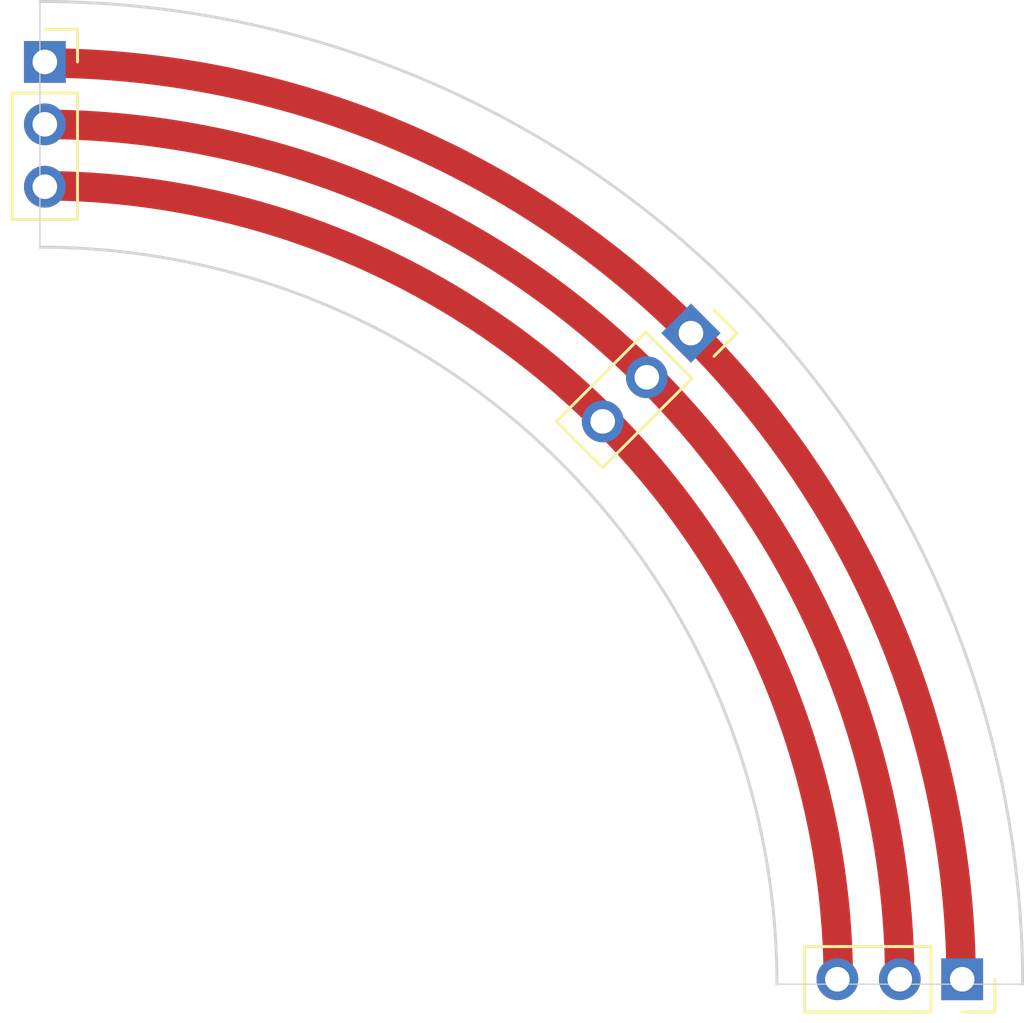
<source format=kicad_pcb>
(kicad_pcb (version 20171130) (host pcbnew "(5.1.2)-1")

  (general
    (thickness 1.6)
    (drawings 7)
    (tracks 0)
    (zones 0)
    (modules 3)
    (nets 4)
  )

  (page A4)
  (layers
    (0 F.Cu signal)
    (31 B.Cu signal)
    (32 B.Adhes user)
    (33 F.Adhes user)
    (34 B.Paste user)
    (35 F.Paste user)
    (36 B.SilkS user)
    (37 F.SilkS user)
    (38 B.Mask user)
    (39 F.Mask user)
    (40 Dwgs.User user)
    (41 Cmts.User user)
    (42 Eco1.User user)
    (43 Eco2.User user)
    (44 Edge.Cuts user)
    (45 Margin user)
    (46 B.CrtYd user)
    (47 F.CrtYd user)
    (48 B.Fab user)
    (49 F.Fab user)
  )

  (setup
    (last_trace_width 0.25)
    (user_trace_width 1.2)
    (trace_clearance 0.2)
    (zone_clearance 0.508)
    (zone_45_only yes)
    (trace_min 0.2)
    (via_size 0.8)
    (via_drill 0.4)
    (via_min_size 0.4)
    (via_min_drill 0.3)
    (uvia_size 0.3)
    (uvia_drill 0.1)
    (uvias_allowed no)
    (uvia_min_size 0.2)
    (uvia_min_drill 0.1)
    (edge_width 0.05)
    (segment_width 0.2)
    (pcb_text_width 0.3)
    (pcb_text_size 1.5 1.5)
    (mod_edge_width 0.12)
    (mod_text_size 1 1)
    (mod_text_width 0.15)
    (pad_size 1.524 1.524)
    (pad_drill 0.762)
    (pad_to_mask_clearance 0.051)
    (solder_mask_min_width 0.25)
    (aux_axis_origin 100 150)
    (visible_elements 7FFFFFFF)
    (pcbplotparams
      (layerselection 0x010f0_ffffffff)
      (usegerberextensions true)
      (usegerberattributes false)
      (usegerberadvancedattributes false)
      (creategerberjobfile false)
      (excludeedgelayer true)
      (linewidth 0.100000)
      (plotframeref false)
      (viasonmask false)
      (mode 1)
      (useauxorigin true)
      (hpglpennumber 1)
      (hpglpenspeed 20)
      (hpglpendiameter 15.000000)
      (psnegative false)
      (psa4output false)
      (plotreference false)
      (plotvalue false)
      (plotinvisibletext false)
      (padsonsilk false)
      (subtractmaskfromsilk true)
      (outputformat 1)
      (mirror false)
      (drillshape 0)
      (scaleselection 1)
      (outputdirectory "gerbers/"))
  )

  (net 0 "")
  (net 1 "Net-(J1-Pad2)")
  (net 2 "Net-(J1-Pad1)")
  (net 3 "Net-(J1-Pad3)")

  (net_class Default "This is the default net class."
    (clearance 0.2)
    (trace_width 0.25)
    (via_dia 0.8)
    (via_drill 0.4)
    (uvia_dia 0.3)
    (uvia_drill 0.1)
    (add_net "Net-(J1-Pad1)")
    (add_net "Net-(J1-Pad2)")
    (add_net "Net-(J1-Pad3)")
  )

  (module Connector_PinSocket_2.54mm:PinSocket_1x03_P2.54mm_Vertical (layer F.Cu) (tedit 5A19A429) (tstamp 5DD36BDD)
    (at 137.54 149.8 270)
    (descr "Through hole straight socket strip, 1x03, 2.54mm pitch, single row (from Kicad 4.0.7), script generated")
    (tags "Through hole socket strip THT 1x03 2.54mm single row")
    (path /5DD1E1F2)
    (fp_text reference J3 (at 0 -2.77 90) (layer F.SilkS) hide
      (effects (font (size 1 1) (thickness 0.15)))
    )
    (fp_text value C (at 0 7.85 90) (layer F.Fab)
      (effects (font (size 1 1) (thickness 0.15)))
    )
    (fp_text user %R (at 0 2.54) (layer F.Fab)
      (effects (font (size 1 1) (thickness 0.15)))
    )
    (fp_line (start -1.8 6.85) (end -1.8 -1.8) (layer F.CrtYd) (width 0.05))
    (fp_line (start 1.75 6.85) (end -1.8 6.85) (layer F.CrtYd) (width 0.05))
    (fp_line (start 1.75 -1.8) (end 1.75 6.85) (layer F.CrtYd) (width 0.05))
    (fp_line (start -1.8 -1.8) (end 1.75 -1.8) (layer F.CrtYd) (width 0.05))
    (fp_line (start 0 -1.33) (end 1.33 -1.33) (layer F.SilkS) (width 0.12))
    (fp_line (start 1.33 -1.33) (end 1.33 0) (layer F.SilkS) (width 0.12))
    (fp_line (start 1.33 1.27) (end 1.33 6.41) (layer F.SilkS) (width 0.12))
    (fp_line (start -1.33 6.41) (end 1.33 6.41) (layer F.SilkS) (width 0.12))
    (fp_line (start -1.33 1.27) (end -1.33 6.41) (layer F.SilkS) (width 0.12))
    (fp_line (start -1.33 1.27) (end 1.33 1.27) (layer F.SilkS) (width 0.12))
    (fp_line (start -1.27 6.35) (end -1.27 -1.27) (layer F.Fab) (width 0.1))
    (fp_line (start 1.27 6.35) (end -1.27 6.35) (layer F.Fab) (width 0.1))
    (fp_line (start 1.27 -0.635) (end 1.27 6.35) (layer F.Fab) (width 0.1))
    (fp_line (start 0.635 -1.27) (end 1.27 -0.635) (layer F.Fab) (width 0.1))
    (fp_line (start -1.27 -1.27) (end 0.635 -1.27) (layer F.Fab) (width 0.1))
    (pad 3 thru_hole oval (at 0 5.08 270) (size 1.7 1.7) (drill 1) (layers *.Cu *.Mask)
      (net 3 "Net-(J1-Pad3)"))
    (pad 2 thru_hole oval (at 0 2.54 270) (size 1.7 1.7) (drill 1) (layers *.Cu *.Mask)
      (net 1 "Net-(J1-Pad2)"))
    (pad 1 thru_hole rect (at 0 0 270) (size 1.7 1.7) (drill 1) (layers *.Cu *.Mask)
      (net 2 "Net-(J1-Pad1)"))
    (model ${KISYS3DMOD}/Connector_PinSocket_2.54mm.3dshapes/PinSocket_1x03_P2.54mm_Vertical.wrl
      (at (xyz 0 0 0))
      (scale (xyz 1 1 1))
      (rotate (xyz 0 0 0))
    )
  )

  (module Connector_PinSocket_2.54mm:PinSocket_1x03_P2.54mm_Vertical (layer F.Cu) (tedit 5A19A429) (tstamp 5DD1F210)
    (at 126.5 123.5 315)
    (descr "Through hole straight socket strip, 1x03, 2.54mm pitch, single row (from Kicad 4.0.7), script generated")
    (tags "Through hole socket strip THT 1x03 2.54mm single row")
    (path /5DD1DEED)
    (fp_text reference J2 (at 0 -2.77 135) (layer F.SilkS) hide
      (effects (font (size 1 1) (thickness 0.15)))
    )
    (fp_text value C (at 0 7.85 135) (layer F.Fab)
      (effects (font (size 1 1) (thickness 0.15)))
    )
    (fp_line (start -1.27 -1.27) (end 0.635 -1.27) (layer F.Fab) (width 0.1))
    (fp_line (start 0.635 -1.27) (end 1.27 -0.635) (layer F.Fab) (width 0.1))
    (fp_line (start 1.27 -0.635) (end 1.27 6.35) (layer F.Fab) (width 0.1))
    (fp_line (start 1.27 6.35) (end -1.27 6.35) (layer F.Fab) (width 0.1))
    (fp_line (start -1.27 6.35) (end -1.27 -1.27) (layer F.Fab) (width 0.1))
    (fp_line (start -1.33 1.27) (end 1.33 1.27) (layer F.SilkS) (width 0.12))
    (fp_line (start -1.33 1.27) (end -1.33 6.41) (layer F.SilkS) (width 0.12))
    (fp_line (start -1.33 6.41) (end 1.33 6.41) (layer F.SilkS) (width 0.12))
    (fp_line (start 1.33 1.27) (end 1.33 6.41) (layer F.SilkS) (width 0.12))
    (fp_line (start 1.33 -1.33) (end 1.33 0) (layer F.SilkS) (width 0.12))
    (fp_line (start 0 -1.33) (end 1.33 -1.33) (layer F.SilkS) (width 0.12))
    (fp_line (start -1.8 -1.8) (end 1.75 -1.8) (layer F.CrtYd) (width 0.05))
    (fp_line (start 1.75 -1.8) (end 1.75 6.85) (layer F.CrtYd) (width 0.05))
    (fp_line (start 1.75 6.85) (end -1.8 6.85) (layer F.CrtYd) (width 0.05))
    (fp_line (start -1.8 6.85) (end -1.8 -1.8) (layer F.CrtYd) (width 0.05))
    (fp_text user %R (at 0 2.54 45) (layer F.Fab)
      (effects (font (size 1 1) (thickness 0.15)))
    )
    (pad 1 thru_hole rect (at 0 0 315) (size 1.7 1.7) (drill 1) (layers *.Cu *.Mask)
      (net 2 "Net-(J1-Pad1)"))
    (pad 2 thru_hole oval (at 0 2.54 315) (size 1.7 1.7) (drill 1) (layers *.Cu *.Mask)
      (net 1 "Net-(J1-Pad2)"))
    (pad 3 thru_hole oval (at 0 5.08 315) (size 1.7 1.7) (drill 1) (layers *.Cu *.Mask)
      (net 3 "Net-(J1-Pad3)"))
    (model ${KISYS3DMOD}/Connector_PinSocket_2.54mm.3dshapes/PinSocket_1x03_P2.54mm_Vertical.wrl
      (at (xyz 0 0 0))
      (scale (xyz 1 1 1))
      (rotate (xyz 0 0 0))
    )
  )

  (module Connector_PinSocket_2.54mm:PinSocket_1x03_P2.54mm_Vertical (layer F.Cu) (tedit 5A19A429) (tstamp 5DD1F1F9)
    (at 100.2 112.46)
    (descr "Through hole straight socket strip, 1x03, 2.54mm pitch, single row (from Kicad 4.0.7), script generated")
    (tags "Through hole socket strip THT 1x03 2.54mm single row")
    (path /5DD1D91C)
    (fp_text reference J1 (at 0 -2.77) (layer F.SilkS) hide
      (effects (font (size 1 1) (thickness 0.15)))
    )
    (fp_text value C (at 0 7.85) (layer F.Fab)
      (effects (font (size 1 1) (thickness 0.15)))
    )
    (fp_text user %R (at 0 2.54 90) (layer F.Fab)
      (effects (font (size 1 1) (thickness 0.15)))
    )
    (fp_line (start -1.8 6.85) (end -1.8 -1.8) (layer F.CrtYd) (width 0.05))
    (fp_line (start 1.75 6.85) (end -1.8 6.85) (layer F.CrtYd) (width 0.05))
    (fp_line (start 1.75 -1.8) (end 1.75 6.85) (layer F.CrtYd) (width 0.05))
    (fp_line (start -1.8 -1.8) (end 1.75 -1.8) (layer F.CrtYd) (width 0.05))
    (fp_line (start 0 -1.33) (end 1.33 -1.33) (layer F.SilkS) (width 0.12))
    (fp_line (start 1.33 -1.33) (end 1.33 0) (layer F.SilkS) (width 0.12))
    (fp_line (start 1.33 1.27) (end 1.33 6.41) (layer F.SilkS) (width 0.12))
    (fp_line (start -1.33 6.41) (end 1.33 6.41) (layer F.SilkS) (width 0.12))
    (fp_line (start -1.33 1.27) (end -1.33 6.41) (layer F.SilkS) (width 0.12))
    (fp_line (start -1.33 1.27) (end 1.33 1.27) (layer F.SilkS) (width 0.12))
    (fp_line (start -1.27 6.35) (end -1.27 -1.27) (layer F.Fab) (width 0.1))
    (fp_line (start 1.27 6.35) (end -1.27 6.35) (layer F.Fab) (width 0.1))
    (fp_line (start 1.27 -0.635) (end 1.27 6.35) (layer F.Fab) (width 0.1))
    (fp_line (start 0.635 -1.27) (end 1.27 -0.635) (layer F.Fab) (width 0.1))
    (fp_line (start -1.27 -1.27) (end 0.635 -1.27) (layer F.Fab) (width 0.1))
    (pad 3 thru_hole oval (at 0 5.08) (size 1.7 1.7) (drill 1) (layers *.Cu *.Mask)
      (net 3 "Net-(J1-Pad3)"))
    (pad 2 thru_hole oval (at 0 2.54) (size 1.7 1.7) (drill 1) (layers *.Cu *.Mask)
      (net 1 "Net-(J1-Pad2)"))
    (pad 1 thru_hole rect (at 0 0) (size 1.7 1.7) (drill 1) (layers *.Cu *.Mask)
      (net 2 "Net-(J1-Pad1)"))
    (model ${KISYS3DMOD}/Connector_PinSocket_2.54mm.3dshapes/PinSocket_1x03_P2.54mm_Vertical.wrl
      (at (xyz 0 0 0))
      (scale (xyz 1 1 1))
      (rotate (xyz 0 0 0))
    )
  )

  (gr_arc (start 100 150) (end 100 112.5) (angle 90) (layer F.Cu) (width 1.2))
  (gr_arc (start 100 150) (end 100 115) (angle 90) (layer F.Cu) (width 1.2))
  (gr_arc (start 100 150) (end 100 117.5) (angle 90) (layer F.Cu) (width 1.2))
  (gr_line (start 100 110) (end 100 120) (layer Edge.Cuts) (width 0.05) (tstamp 5DD36CAD))
  (gr_line (start 130 150) (end 140 150) (layer Edge.Cuts) (width 0.05) (tstamp 5DD36CAC))
  (gr_arc (start 100 150) (end 130 150) (angle -90) (layer Edge.Cuts) (width 0.12))
  (gr_arc (start 100 150) (end 140 150) (angle -90) (layer Edge.Cuts) (width 0.12))

  (zone (net 0) (net_name "") (layer F.Mask) (tstamp 5DD368E3) (hatch edge 0.508)
    (connect_pads (clearance 0.508))
    (min_thickness 0.254)
    (fill yes (arc_segments 32) (thermal_gap 0.508) (thermal_bridge_width 0.508))
    (polygon
      (pts
        (xy 100 110) (xy 100 121) (xy 120 130) (xy 129 150) (xy 140 150)
        (xy 140 110)
      )
    )
    (filled_polygon
      (pts
        (xy 103.764333 110.177521) (xy 105.013329 110.315412) (xy 106.257379 110.492466) (xy 107.495253 110.70851) (xy 108.72573 110.96333)
        (xy 109.947595 111.256674) (xy 111.159644 111.588253) (xy 112.36068 111.957739) (xy 113.549517 112.364769) (xy 114.724982 112.808941)
        (xy 115.885916 113.289815) (xy 117.031172 113.806918) (xy 118.15962 114.359739) (xy 119.270147 114.947733) (xy 120.361657 115.570319)
        (xy 121.433072 116.226883) (xy 122.483335 116.916777) (xy 123.51141 117.63932) (xy 124.516282 118.3938) (xy 125.49696 119.17947)
        (xy 126.452475 119.995557) (xy 127.381884 120.841255) (xy 128.284271 121.715729) (xy 129.158745 122.618116) (xy 130.004443 123.547525)
        (xy 130.82053 124.50304) (xy 131.6062 125.483718) (xy 132.36068 126.48859) (xy 133.083223 127.516665) (xy 133.773117 128.566928)
        (xy 134.429681 129.638343) (xy 135.052267 130.729853) (xy 135.640261 131.84038) (xy 136.193082 132.968828) (xy 136.710185 134.114084)
        (xy 137.191059 135.275018) (xy 137.635231 136.450483) (xy 138.042261 137.63932) (xy 138.411747 138.840356) (xy 138.743326 140.052405)
        (xy 139.03667 141.27427) (xy 139.29149 142.504747) (xy 139.507534 143.742621) (xy 139.684588 144.986671) (xy 139.822479 146.235667)
        (xy 139.873 146.877601) (xy 139.873 149.873) (xy 129.99768 149.873) (xy 129.979985 148.904339) (xy 129.919969 147.810141)
        (xy 129.820029 146.718864) (xy 129.680301 145.631965) (xy 129.50097 144.550894) (xy 129.282276 143.477095) (xy 129.024511 142.411999)
        (xy 128.728018 141.357027) (xy 128.393193 140.313588) (xy 128.020483 139.283073) (xy 127.610386 138.266858) (xy 127.163447 137.266299)
        (xy 126.680264 136.28273) (xy 126.161482 135.317465) (xy 125.607793 134.37179) (xy 125.019935 133.446968) (xy 124.398692 132.544233)
        (xy 123.744895 131.664789) (xy 123.059414 130.809809) (xy 122.343165 129.980436) (xy 121.597104 129.177774) (xy 120.822226 128.402896)
        (xy 120.019564 127.656835) (xy 119.190191 126.940586) (xy 118.335211 126.255105) (xy 117.455767 125.601308) (xy 116.553032 124.980065)
        (xy 115.62821 124.392207) (xy 114.682535 123.838518) (xy 113.71727 123.319736) (xy 112.733701 122.836553) (xy 111.733142 122.389614)
        (xy 110.716927 121.979517) (xy 109.686412 121.606807) (xy 108.642973 121.271982) (xy 107.588001 120.975489) (xy 106.522905 120.717724)
        (xy 105.449106 120.49903) (xy 104.368035 120.319699) (xy 103.281136 120.179971) (xy 102.189859 120.080031) (xy 101.095661 120.020015)
        (xy 100.127 120.00232) (xy 100.127 110.127) (xy 103.122399 110.127)
      )
    )
  )
)

</source>
